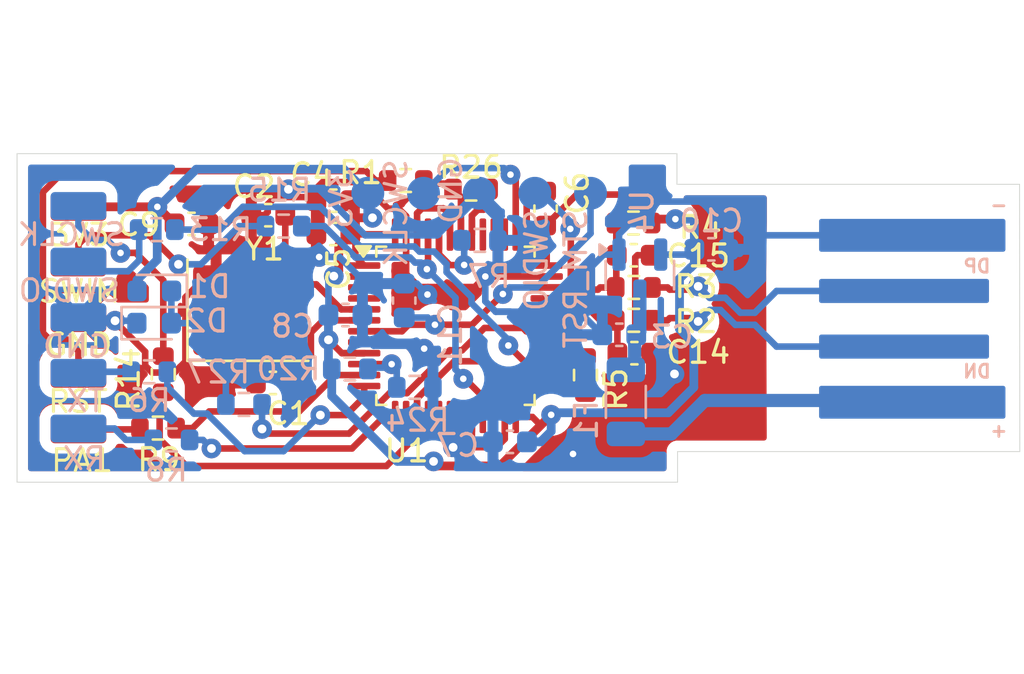
<source format=kicad_pcb>
(kicad_pcb (version 20241229) (generator "pcbnew") (generator_version "9.0")
  (layers (0 "F.Cu" signal "Front") (2 "B.Cu" signal "Back") (13 "F.Paste" user) (15 "B.Paste" user) (5 "F.SilkS" user "F.Silkscreen") (7 "B.SilkS" user "B.Silkscreen") (1 "F.Mask" user) (3 "B.Mask" user) (25 "Edge.Cuts" user))
  (net 0 "")
  (net 1 "/OSC_OUT")
  (net 2 "Earth")
  (net 3 "/OSC_IN?")
  (net 4 "+5V")
  (net 5 "+3V3")
  (net 6 "/STM_RST")
  (net 7 "/USB_N")
  (net 8 "/USB_P")
  (net 9 "Net-(D1-K)")
  (net 10 "/STLINK_RX")
  (net 11 "Net-(J2-Pin_2)")
  (net 12 "/STLINK_TX")
  (net 13 "Net-(J2-Pin_4)")
  (net 14 "Net-(J2-Pin_3)")
  (net 15 "/SWDIO")
  (net 16 "/SWCLK")
  (net 17 "/T_NRST")
  (net 18 "/T_SWDIO_IN")
  (net 19 "/T_JTMS")
  (net 20 "Net-(U1-BOOT0)")
  (net 21 "/T_JTCK")
  (net 22 "/T_SWIM")
  (net 23 "/AIN1")
  (net 24 "Net-(U1-PB5)")
  (net 25 "/LED_STLINK")
  (net 29 "Net-(U1-PB7)")
  (net 32 "/T_JTDI")
  (net 33 "/T_JTDO")
  (net 35 "/T_JRST")
  (net 38 "/T_SWO")
  (net 40 "/PB11")
  (net 42 "Net-(J1-Pin_1)")
  (net 43 "/D+")
  (net 44 "/D-")
  (net 45 "Net-(J2-Pin_10)")
  (net 46 "Net-(J2-Pin_8)")
  (net 47 "Net-(J2-Pin_7)")
  (net 48 "/Pin_navic")
  (net 49 "Net-(J2-Pin_9)")
  (footprint "Resistor_SMD:R_0603_1608Metric" (layer "F.Cu") (at 52.549239 32.799239 180)
    (property "Reference" "R4")
    (property "Value" "1K8")
  )
  (footprint "Capacitor_SMD:C_0603_1608Metric" (layer "F.Cu") (at 38.859239 31.779239 180)
    (property "Reference" "C4")
    (property "Value" "100nF/6v")
  )
  (footprint "Resistor_SMD:R_0603_1608Metric" (layer "F.Cu") (at 45.14 31.25)
    (property "Reference" "R26")
    (property "Value" "220R")
  )
  (footprint "Capacitor_SMD:C_0603_1608Metric" (layer "F.Cu") (at 32.39 32.84)
    (property "Reference" "C9")
    (property "Value" "4.7uF/6v")
  )
  (footprint "Capacitor_SMD:C_0603_1608Metric" (layer "F.Cu") (at 52.59 38.74)
    (property "Reference" "C14")
    (property "Value" "47pF/6v")
  )
  (footprint "Resistor_SMD:R_0603_1608Metric" (layer "F.Cu") (at 30.86 42.16)
    (property "Reference" "R9")
    (property "Value" "100R")
  )
  (footprint "Connector_IDC:Untitled" (layer "F.Cu") (at 30.73 36.56)
    (property "Reference" "J2" (hide yes))
    (property "Value" "Conn_02x05_Odd_Even" (hide yes))
  )
  (footprint "PCM_kikit:Tab" (layer "F.Cu") (at 30.5 46.4)
    (property "Reference" "REF**" (hide yes))
    (property "Value" "Tab")
  )
  (footprint "Resistor_SMD:R_0603_1608Metric" (layer "F.Cu") (at 31.1 39.7 90)
    (property "Reference" "R14")
    (property "Value" "100R")
  )
  (footprint "Capacitor_SMD:C_0603_1608Metric" (layer "F.Cu") (at 36.1 40.1)
    (property "Reference" "C1")
    (property "Value" "20pF/6v")
  )
  (footprint "Resistor_SMD:R_0603_1608Metric" (layer "F.Cu") (at 42.159239 30.859239)
    (property "Reference" "R1")
    (property "Value" "100R")
  )
  (footprint "Capacitor_SMD:C_0603_1608Metric" (layer "F.Cu") (at 35.89 32.44)
    (property "Reference" "C2")
    (property "Value" "20pF/6v")
  )
  (footprint "PCM_kikit:Tab" (layer "F.Cu") (at 30 29.7)
    (property "Reference" "REF**" (hide yes))
    (property "Value" "Tab")
  )
  (footprint "Resistor_SMD:R_0603_1608Metric" (layer "F.Cu") (at 50.36 39.74 -90)
    (property "Reference" "R5")
    (property "Value" "100R")
  )
  (footprint "PCM_kikit:Tab" (layer "F.Cu") (at 50 29.6)
    (property "Reference" "REF**" (hide yes))
    (property "Value" "Tab")
  )
  (footprint "Capacitor_SMD:C_0603_1608Metric" (layer "F.Cu") (at 38.859239 33.299239 180)
    (property "Reference" "C5")
    (property "Value" "100nF/6v")
  )
  (footprint "Resistor_SMD:R_0603_1608Metric" (layer "F.Cu") (at 52.565 37.24 180)
    (property "Reference" "R2")
    (property "Value" "22R")
  )
  (footprint "PCM_kikit:Tab" (layer "F.Cu") (at 30 44.7)
    (property "Reference" "REF**" (hide yes))
    (property "Value" "Tab")
  )
  (footprint "Crystal:Crystal_SMD_3225-4Pin_3.2x2.5mm_HandSoldering" (layer "F.Cu") (at 34.96 36.78)
    (property "Reference" "Y1")
    (property "Value" "Crystal_GND24")
  )
  (footprint "Capacitor_SMD:C_0603_1608Metric" (layer "F.Cu") (at 48.54 32.14 90)
    (property "Reference" "C6")
    (property "Value" "100nF/6v")
  )
  (footprint "Package_QFP:LQFP-48_7x7mm_P0.5mm" (layer "F.Cu") (at 44.4275 37.49)
    (property "Reference" "U1")
    (property "Value" "STM32F103CBTx")
  )
  (footprint "Capacitor_SMD:C_0603_1608Metric" (layer "F.Cu") (at 52.559239 34.269239)
    (property "Reference" "C15")
    (property "Value" "47pF/6v")
  )
  (footprint "Resistor_SMD:R_0603_1608Metric" (layer "F.Cu") (at 52.565 35.74 180)
    (property "Reference" "R3")
    (property "Value" "22R")
  )
  (footprint "Resistor_SMD:R_1206_3216Metric" (layer "B.Cu") (at 52.2 40.9625 90)
    (property "Reference" "F1")
    (property "Value" "500mA")
  )
  (footprint "LED_SMD:LED_0603_1608Metric" (layer "B.Cu") (at 30.69 35.9 180)
    (property "Reference" "D1")
    (property "Value" "LED")
  )
  (footprint "Connector_IDC:Untitled_3" (layer "B.Cu") (at 45.43 33.94 -90)
    (property "Reference" "J3" (hide yes))
    (property "Value" "Conn_01x05" (hide yes))
  )
  (footprint "Resistor_SMD:R_0603_1608Metric" (layer "B.Cu") (at 30.46 39.59 180)
    (property "Reference" "R6")
    (property "Value" "100R")
  )
  (footprint "Capacitor_SMD:C_0603_1608Metric" (layer "B.Cu") (at 56.1 34)
    (property "Reference" "C10")
    (property "Value" "100nF/6v")
  )
  (footprint "Resistor_SMD:R_0603_1608Metric" (layer "B.Cu") (at 45.54 33.59)
    (property "Reference" "R7")
    (property "Value" "0")
  )
  (footprint "Resistor_SMD:R_0603_1608Metric" (layer "B.Cu") (at 34.78 41.08)
    (property "Reference" "R27")
    (property "Value" "1K")
  )
  (footprint "Connector_USB:USB_A_PCB_traces_small" (layer "B.Cu") (at 70.115 37.17 180)
    (property "Reference" "J1" (hide yes))
    (property "Value" "Conn_01x04_Pin" (hide yes))
  )
  (footprint "Capacitor_SMD:C_0603_1608Metric" (layer "B.Cu") (at 46.914239 42.789239 180)
    (property "Reference" "C7")
    (property "Value" "100nF/6v")
  )
  (footprint "Capacitor_SMD:C_0603_1608Metric" (layer "B.Cu") (at 42.09 36.34 -90)
    (property "Reference" "C11")
    (property "Value" "100nF/6v")
  )
  (footprint "Resistor_SMD:R_0603_1608Metric" (layer "B.Cu") (at 42.575 40.3 180)
    (property "Reference" "R24")
    (property "Value" "10k")
  )
  (footprint "Capacitor_SMD:C_0603_1608Metric" (layer "B.Cu") (at 51.9 37.9 180)
    (property "Reference" "C3")
    (property "Value" "100nF/6v")
  )
  (footprint "Resistor_SMD:R_0603_1608Metric" (layer "B.Cu") (at 39.609239 39.459239)
    (property "Reference" "R20")
    (property "Value" "10k")
  )
  (footprint "Capacitor_SMD:C_0603_1608Metric" (layer "B.Cu") (at 39.409239 36.999239)
    (property "Reference" "C8")
    (property "Value" "100nF/6v")
  )
  (footprint "Resistor_SMD:R_0603_1608Metric" (layer "B.Cu") (at 31.475 42.7 180)
    (property "Reference" "R8")
    (property "Value" "100R")
  )
  (footprint "Resistor_SMD:R_0603_1608Metric" (layer "B.Cu") (at 36.59 32.94)
    (property "Reference" "R15")
    (property "Value" "100R")
  )
  (footprint "LED_SMD:LED_0603_1608Metric" (layer "B.Cu") (at 30.6825 37.37)
    (property "Reference" "D2")
    (property "Value" "LED")
  )
  (footprint "Package_TO_SOT_SMD:SOT-23" (layer "B.Cu") (at 52.84 35.1775 -90)
    (property "Reference" "U4")
    (property "Value" "MCP1700x-330xxTT")
  )
  (footprint "Resistor_SMD:R_0603_1608Metric" (layer "B.Cu") (at 30.8 33.1 180)
    (property "Reference" "R13")
    (property "Value" "100R")
  )
  (gr_line (start 54.560761 44.630761) (end 24.430761 44.630761) (stroke (width 0.0381)) (layer "Edge.Cuts"))
  (gr_line (start 54.530761 29.630761) (end 24.430761 29.630761) (stroke (width 0.0381)) (layer "Edge.Cuts"))
  (gr_line (start 70.160761 31.030761) (end 70.170761 43.230761) (stroke (width 0.0381)) (layer "Edge.Cuts"))
  (gr_line (start 70.170761 43.230761) (end 54.560761 43.230761) (stroke (width 0.0381)) (layer "Edge.Cuts"))
  (gr_line (start 24.430761 44.630761) (end 24.430761 29.630761) (stroke (width 0.0381)) (layer "Edge.Cuts"))
  (gr_line (start 70.160761 31.030761) (end 54.530761 31.030761) (stroke (width 0.0381)) (layer "Edge.Cuts"))
  (gr_line (start 54.530761 31.030761) (end 54.530761 29.630761) (stroke (width 0.0381)) (layer "Edge.Cuts"))
  (gr_line (start 54.560761 44.630761) (end 54.560761 43.230761) (stroke (width 0.0381)) (layer "Edge.Cuts"))
  (gr_text "SWIM" (at 25.32 36.5 0) (layer "F.SilkS") (effects (font (size 1 1) (thickness 0.14)) (justify left bottom)))
  (gr_text "PA1" (at 25.9 44.230761 0) (layer "F.SilkS") (effects (font (size 1 1) (thickness 0.14)) (justify left bottom)))
  (gr_text "3V3" (at 25.8 33.93 0) (layer "F.SilkS") (effects (font (size 1 1) (thickness 0.14)) (justify left bottom)))
  (gr_text "RST" (at 25.76 41.53 0) (layer "F.SilkS") (effects (font (size 1 1) (thickness 0.14)) (justify left bottom)))
  (gr_text "GND" (at 25.64 38.94 0) (layer "F.SilkS") (effects (font (size 1 1) (thickness 0.14)) (justify left bottom)))
  (gr_text "TX" (at 28.5 41.5 0) (layer "B.SilkS") (effects (font (size 1 1) (thickness 0.14)) (justify left bottom mirror)))
  (gr_text "GND" (at 44.8 29.7 90) (layer "B.SilkS") (effects (font (size 1 1) (thickness 0.14)) (justify left bottom mirror)))
  (gr_text "SWCLK" (at 42.3 29.8 90) (layer "B.SilkS") (effects (font (size 1 1) (thickness 0.14)) (justify left bottom mirror)))
  (gr_text "RX" (at 28.57 44.14 0) (layer "B.SilkS") (effects (font (size 1 1) (thickness 0.14)) (justify left bottom mirror)))
  (gr_text "STM_RST" (at 50.5 32.1 90) (layer "B.SilkS") (effects (font (size 1 1) (thickness 0.14)) (justify left bottom mirror)))
  (gr_text "SWDIO" (at 29.22 36.47 0) (layer "B.SilkS") (effects (font (size 1 1) (thickness 0.14)) (justify left bottom mirror)))
  (gr_text "SWCLK" (at 29.46 33.91 0) (layer "B.SilkS") (effects (font (size 1 1) (thickness 0.14)) (justify left bottom mirror)))
  (gr_text "SWDIO" (at 48.7 32.1 90) (layer "B.SilkS") (effects (font (size 1 1) (thickness 0.14)) (justify left bottom mirror)))
  (gr_text "3V3" (at 39.8 30.2 90) (layer "B.SilkS") (effects (font (size 1 1) (thickness 0.14)) (justify left bottom mirror)))
  (gr_text "GND" (at 28.75 39.02 0) (layer "B.SilkS") (effects (font (size 1 1) (thickness 0.14)) (justify left bottom mirror)))
  (segment (start 37.46587 39.181) (end 37.833239 38.813631) (width 0.3) (layer "F.Cu") (net 1))
  (segment (start 37.02 40.155) (end 37.02 39.181) (width 0.3) (layer "F.Cu") (net 1))
  (segment (start 33.51 37.93) (end 34.761 39.181) (width 0.3) (layer "F.Cu") (net 1))
  (segment (start 38.392237 37.24) (end 40.265 37.24) (width 0.3) (layer "F.Cu") (net 1))
  (segment (start 34.761 39.181) (end 37.02 39.181) (width 0.3) (layer "F.Cu") (net 1))
  (segment (start 37.833239 38.813631) (end 37.833239 37.798998) (width 0.3) (layer "F.Cu") (net 1))
  (segment (start 37.02 39.181) (end 37.46587 39.181) (width 0.3) (layer "F.Cu") (net 1))
  (segment (start 37.833239 37.798998) (end 38.392237 37.24) (width 0.3) (layer "F.Cu") (net 1))
  (segment (start 45.309239 35.719239) (end 45.788478 35.24) (width 0.3) (layer "F.Cu") (net 2))
  (segment (start 42.706761 38.24) (end 40.265 38.24) (width 0.3) (layer "F.Cu") (net 2))
  (segment (start 33.98 32.84) (end 34.38 32.44) (width 0.3) (layer "F.Cu") (net 2))
  (segment (start 36.809239 31.259239) (end 36.809239 31.564) (width 0.3) (layer "F.Cu") (net 2))
  (segment (start 46.6775 41.6525) (end 46.6775 42.656739) (width 0.3) (layer "F.Cu") (net 2))
  (segment (start 27.35 37.26) (end 27.23 37.14) (width 0.3) (layer "F.Cu") (net 2))
  (segment (start 30.274 39.308774) (end 30.591226 39.626) (width 0.3) (layer "F.Cu") (net 2))
  (segment (start 30.274 38.674) (end 30.274 39.308774) (width 0.3) (layer "F.Cu") (net 2))
  (segment (start 42.769239 35.719239) (end 43.169239 35.719239) (width 0.3) (layer "F.Cu") (net 2))
  (segment (start 38.315 33.44) (end 38.315 31.614) (width 0.3) (layer "F.Cu") (net 2))
  (segment (start 54.419239 39.689239) (end 53.440761 39.689239) (width 0.3) (layer "F.Cu") (net 2))
  (segment (start 45.788478 35.24) (end 45.79 35.24) (width 0.3) (layer "F.Cu") (net 2))
  (segment (start 52.629 38.429) (end 52.94 38.74) (width 0.3) (layer "F.Cu") (net 2))
  (segment (start 36.195178 31.614) (end 35.864 31.945178) (width 0.3) (layer "F.Cu") (net 2))
  (segment (start 36.759239 31.614) (end 36.195178 31.614) (width 0.3) (layer "F.Cu") (net 2))
  (segment (start 38.315 31.614) (end 36.759239 31.614) (width 0.3) (layer "F.Cu") (net 2))
  (segment (start 46.315 43.019239) (end 45.702205 43.019239) (width 0.3) (layer "F.Cu") (net 2))
  (segment (start 32.67 35.63) (end 33.51 35.63) (width 0.3) (layer "F.Cu") (net 2))
  (segment (start 36.41 37.93) (end 36.23 37.93) (width 0.3) (layer "F.Cu") (net 2))
  (segment (start 28.9 37.3) (end 30.274 38.674) (width 0.3) (layer "F.Cu") (net 2))
  (segment (start 44.320392 43.037177) (end 44.33833 43.019239) (width 0.3) (layer "F.Cu") (net 2))
  (segment (start 33.51 34.10148) (end 33.165 33.75648) (width 0.3) (layer "F.Cu") (net 2))
  (segment (start 53.440761 39.689239) (end 53.365 39.765) (width 0.3) (layer "F.Cu") (net 2))
  (segment (start 43 38.533239) (end 42.706761 38.24) (width 0.3) (layer "F.Cu") (net 2))
  (segment (start 38.209239 33.545761) (end 38.315 33.44) (width 0.3) (layer "F.Cu") (net 2))
  (segment (start 52.730761 34.269239) (end 52.629 34.371) (width 0.3) (layer "F.Cu") (net 2))
  (segment (start 40.144465 30.929239) (end 41.360206 32.14498) (width 0.3) (layer "F.Cu") (net 2))
  (segment (start 36.809239 31.564) (end 36.759239 31.614) (width 0.3) (layer "F.Cu") (net 2))
  (segment (start 47.279239 34.708727) (end 47.6785 34.309466) (width 0.3) (layer "F.Cu") (net 2))
  (segment (start 42.1775 35.1275) (end 42.769239 35.719239) (width 0.3) (layer "F.Cu") (net 2))
  (segment (start 47.835 31.365) (end 48.54 31.365) (width 0.3) (layer "F.Cu") (net 2))
  (segment (start 38.209239 34.349239) (end 38.209239 33.545761) (width 0.3) (layer "F.Cu") (net 2))
  (segment (start 47.6785 34.309466) (end 47.6785 31.5215) (width 0.3) (layer "F.Cu") (net 2))
  (segment (start 43.150639 35.737839) (end 43.169239 35.719239) (width 0.3) (layer "F.Cu") (net 2))
  (segment (start 38.084239 31.959239) (end 38.084239 31.215761) (width 0.3) (layer "F.Cu") (net 2))
  (segment (start 46.98 35.24) (end 48.59 35.24) (width 0.3) (layer "F.Cu") (net 2))
  (segment (start 45.1775 43.019239) (end 45.1775 41.6525) (width 0.3) (layer "F.Cu") (net 2))
  (segment (start 35.718478 32.44) (end 35.115 32.44) (width 0.3) (layer "F.Cu") (net 2))
  (segment (start 33.93 35.63) (end 33.51 35.63) (width 0.3) (layer "F.Cu") (net 2))
  (segment (start 47.6785 31.5215) (end 47.835 31.365) (width 0.3) (layer "F.Cu") (net 2))
  (segment (start 28.9 37.26) (end 28.9 37.3) (width 0.3) (layer "F.Cu") (net 2))
  (segment (start 53.09 40.04) (end 50.915 42.215) (width 0.3) (layer "F.Cu") (net 2))
  (segment (start 42.1775 33.3275) (end 42.1775 35.1275) (width 0.3) (layer "F.Cu") (net 2))
  (segment (start 43.150639 36.063383) (end 43.150639 35.737839) (width 0.3) (layer "F.Cu") (net 2))
  (segment (start 50.915 42.215) (end 49.79 43.34) (width 0.3) (layer "F.Cu") (net 2))
  (segment (start 34.38 32.44) (end 35.115 32.44) (width 0.3) (layer "F.Cu") (net 2))
  (segment (start 43.169239 35.719239) (end 45.309239 35.719239) (width 0.3) (layer "F.Cu") (net 2))
  (segment (start 38.370761 30.929239) (end 40.144465 30.929239) (width 0.3) (layer "F.Cu") (net 2))
  (segment (start 53.365 39.765) (end 53.365 38.74) (width 0.3) (layer "F.Cu") (net 2))
  (segment (start 28.9 37.26) (end 27.35 37.26) (width 0.3) (layer "F.Cu") (net 2))
  (segment (start 32.109 36.191) (end 32.67 35.63) (width 0.3) (layer "F.Cu") (net 2))
  (segment (start 32.109 39.125774) (end 32.109 36.191) (width 0.3) (layer "F.Cu") (net 2))
  (segment (start 30.591226 39.626) (end 31.608774 39.626) (width 0.3) (layer "F.Cu") (net 2))
  (segment (start 33.51 35.63) (end 33.51 34.10148) (width 0.3) (layer "F.Cu") (net 2))
  (segment (start 52.94 38.74) (end 53.365 38.74) (width 0.3) (layer "F.Cu") (net 2))
  (segment (start 33.165 32.84) (end 33.98 32.84) (width 0.3) (layer "F.Cu") (net 2))
  (segment (start 47.279239 35.24) (end 47.279239 34.708727) (width 0.3) (layer "F.Cu") (net 2))
  (segment (start 31.867387 39.367387) (end 32.109 39.125774) (width 0.3) (layer "F.Cu") (net 2))
  (segment (start 38.084239 31.215761) (end 38.370761 30.929239) (width 0.3) (layer "F.Cu") (net 2))
  (segment (start 33.165 32.84) (end 33.165 33.75648) (width 0.3) (layer "F.Cu") (net 2))
  (segment (start 45.79 35.24) (end 46.98 35.24) (width 0.3) (layer "F.Cu") (net 2))
  (segment (start 53.09 40.04) (end 53.365 39.765) (width 0.3) (layer "F.Cu") (net 2))
  (segment (start 36.23 37.93) (end 33.93 35.63) (width 0.3) (layer "F.Cu") (net 2))
  (segment (start 35.325 40.1) (end 32.6 40.1) (width 0.3) (layer "F.Cu") (net 2))
  (segment (start 35.864 32.294478) (end 35.718478 32.44) (width 0.3) (layer "F.Cu") (net 2))
  (segment (start 45.702205 43.019239) (end 45.1775 43.019239) (width 0.3) (layer "F.Cu") (net 2))
  (segment (start 41.360206 32.14498) (end 41.837014 32.14498) (width 0.3) (layer "F.Cu") (net 2))
  (segment (start 46.6775 42.656739) (end 46.315 43.019239) (width 0.3) (layer "F.Cu") (net 2))
  (segment (start 41.837014 32.14498) (end 42.1775 32.485466) (width 0.3) (layer "F.Cu") (net 2))
  (segment (start 52.629 34.371) (end 52.629 38.429) (width 0.3) (layer "F.Cu") (net 2))
  (segment (start 32.6 40.1) (end 31.867387 39.367387) (width 0.3) (layer "F.Cu") (net 2))
  (segment (start 31.608774 39.626) (end 31.867387 39.367387) (width 0.3) (layer "F.Cu") (net 2))
  (segment (start 42.1775 32.485466) (end 42.1775 33.3275) (width 0.3) (layer "F.Cu") (net 2))
  (segment (start 53.334239 34.269239) (end 52.730761 34.269239) (width 0.3) (layer "F.Cu") (net 2))
  (segment (start 44.33833 43.019239) (end 45.702205 43.019239) (width 0.3) (layer "F.Cu") (net 2))
  (segment (start 35.864 31.945178) (end 35.864 32.294478) (width 0.3) (layer "F.Cu") (net 2))
  (via (at 44.320392 43.037177) (size 0.9) (drill 0.4) (layers "F.Cu" "B.Cu") (net 2))
  (via (at 43.150639 36.063383) (size 0.9) (drill 0.3) (layers "F.Cu" "B.Cu") (net 2))
  (via (at 45.79 35.24) (size 0.9) (drill 0.3) (layers "F.Cu" "B.Cu") (net 2))
  (via (at 49.79 43.34) (size 0.9) (drill 0.3) (layers "F.Cu" "B.Cu") (net 2))
  (via (at 36.809239 31.259239) (size 0.9) (drill 0.4) (layers "F.Cu" "B.Cu") (net 2))
  (via (at 28.9 37.26) (size 0.9) (drill 0.4) (layers "F.Cu" "B.Cu") (net 2))
  (via (at 38.209239 34.349239) (size 0.9) (drill 0.3) (layers "F.Cu" "B.Cu") (net 2))
  (via (at 54.419239 39.689239) (size 0.9) (drill 0.4) (layers "F.Cu" "B.Cu") (net 2))
  (via (at 43 38.533239) (size 0.9) (drill 0.3) (layers "F.Cu" "B.Cu") (net 2))
  (segment (start 27.23 37.1) (end 27.39 37.26) (width 0.3) (layer "B.Cu") (net 2))
  (segment (start 51.125 37.9) (end 49.34 36.115) (width 0.3) (layer "B.Cu") (net 2))
  (segment (start 43.3 38.833239) (end 43.3 40.2) (width 0.3) (layer "B.Cu") (net 2))
  (segment (start 49.315 36.115) (end 48.580761 36.849239) (width 0.3) (layer "B.Cu") (net 2))
  (segment (start 45.51 31.44) (end 45.51 31.81) (width 0.3) (layer "B.Cu") (net 2))
  (segment (start 29.785 37.26) (end 29.895 37.37) (width 0.3) (layer "B.Cu") (net 2))
  (segment (start 57.715 33.36) (end 57.715 33.885) (width 0.3) (layer "B.Cu") (net 2))
  (segment (start 42.665 35.565) (end 42.09 35.565) (width 0.3) (layer "B.Cu") (net 2))
  (segment (start 44.320392 43.037177) (end 44.457569 42.9) (width 0.3) (layer "B.Cu") (net 2))
  (segment (start 57.4 34.2) (end 56.875 34.2) (width 0.3) (layer "B.Cu") (net 2))
  (segment (start 40.7 38.4) (end 40.184239 37.884239) (width 0.3) (layer "B.Cu") (net 2))
  (segment (start 51.89 33.31) (end 51.89 34.24) (width 0.3) (layer "B.Cu") (net 2))
  (segment (start 46.028478 42.9) (end 46.139239 42.789239) (width 0.3) (layer "B.Cu") (net 2))
  (segment (start 46.415 32.715) (end 46.415 34.637052) (width 0.3) (layer "B.Cu") (net 2))
  (segment (start 57.715 33.36) (end 56.174 31.819) (width 0.3) (layer "B.Cu") (net 2))
  (segment (start 43.589761 33.360239) (end 40.311309 33.360239) (width 0.3) (layer "B.Cu") (net 2))
  (segment (start 27.66 37.26) (end 27.5 37.1) (width 0.3) (layer "B.Cu") (net 2))
  (segment (start 43.150639 36.050639) (end 42.665 35.565) (width 0.3) (layer "B.Cu") (net 2))
  (segment (start 45.789 35.263052) (end 45.789 36.371786) (width 0.3) (layer "B.Cu") (net 2))
  (segment (start 43 38.533239) (end 43.3 38.833239) (width 0.3) (layer "B.Cu") (net 2))
  (segment (start 40.184239 37.884239) (end 40.184239 36.999239) (width 0.3) (layer "B.Cu") (net 2))
  (segment (start 46.139239 43.539239) (end 46.139239 42.789239) (width 0.3) (layer "B.Cu") (net 2))
  (segment (start 51.19 34.24) (end 49.315 36.115) (width 0.3) (layer "B.Cu") (net 2))
  (segment (start 38.209239 34.349239) (end 39.140719 34.349239) (width 0.3) (layer "B.Cu") (net 2))
  (segment (start 45.51 31.81) (end 46.415 32.715) (width 0.3) (layer "B.Cu") (net 2))
  (segment (start 46.266453 36.849239) (end 46.258214 36.841) (width 0.3) (layer "B.Cu") (net 2))
  (segment (start 56.174 31.819) (end 53.381 31.819) (width 0.3) (layer "B.Cu") (net 2))
  (segment (start 27.39 37.26) (end 29.785 37.26) (width 0.3) (layer "B.Cu") (net 2))
  (segment (start 46.921786 36.841) (end 46.258214 36.841) (width 0.3) (layer "B.Cu") (net 2))
  (segment (start 57.715 33.885) (end 57.4 34.2) (width 0.3) (layer "B.Cu") (net 2))
  (segment (start 44.457569 42.9) (end 46.028478 42.9) (width 0.3) (layer "B.Cu") (net 2))
  (segment (start 65.265 33.36) (end 57.715 33.36) (width 0.3) (layer "B.Cu") (net 2))
  (segment (start 39.140719 34.349239) (end 40.35648 35.565) (width 0.3) (layer "B.Cu") (net 2))
  (segment (start 40.35648 35.565) (end 42.09 35.565) (width 0.3) (layer "B.Cu") (net 2))
  (segment (start 49.34 36.115) (end 49.315 36.115) (width 0.3) (layer "B.Cu") (net 2))
  (segment (start 45.789 36.371786) (end 46.258214 36.841) (width 0.3) (layer "B.Cu") (net 2))
  (segment (start 43.150639 36.063383) (end 43.150639 36.050639) (width 0.3) (layer "B.Cu") (net 2))
  (segment (start 49.79 43.34) (end 49.23 43.9) (width 0.3) (layer "B.Cu") (net 2))
  (segment (start 48.580761 36.849239) (end 46.266453 36.849239) (width 0.3) (layer "B.Cu") (net 2))
  (segment (start 49.23 43.9) (end 46.5 43.9) (width 0.3) (layer "B.Cu") (net 2))
  (segment (start 42.9 38.4) (end 40.7 38.4) (width 0.3) (layer "B.Cu") (net 2))
  (segment (start 53.381 31.819) (end 51.89 33.31) (width 0.3) (layer "B.Cu") (net 2))
  (segment (start 45.51 31.44) (end 43.589761 33.360239) (width 0.3) (layer "B.Cu") (net 2))
  (segment (start 51.89 34.24) (end 51.19 34.24) (width 0.3) (layer "B.Cu") (net 2))
  (segment (start 38.210309 31.259239) (end 36.809239 31.259239) (width 0.3) (layer "B.Cu") (net 2))
  (segment (start 40.311309 33.360239) (end 38.210309 31.259239) (width 0.3) (layer "B.Cu") (net 2))
  (segment (start 46.415 34.637052) (end 45.789 35.263052) (width 0.3) (layer "B.Cu") (net 2))
  (segment (start 27.5 37.1) (end 27.23 37.1) (width 0.3) (layer "B.Cu") (net 2))
  (segment (start 43.3 40.2) (end 43.4 40.3) (width 0.3) (layer "B.Cu") (net 2))
  (segment (start 43 38.533239) (end 43 38.5) (width 0.3) (layer "B.Cu") (net 2))
  (segment (start 43 38.5) (end 42.9 38.4) (width 0.3) (layer "B.Cu") (net 2))
  (segment (start 46.5 43.9) (end 46.139239 43.539239) (width 0.3) (layer "B.Cu") (net 2))
  (segment (start 36.72 35.6) (end 36.665 35.545) (width 0.3) (layer "F.Cu") (net 3))
  (segment (start 39.22 36.74) (end 38.08 35.6) (width 0.3) (layer "F.Cu") (net 3))
  (segment (start 38.08 35.6) (end 36.72 35.6) (width 0.3) (layer "F.Cu") (net 3))
  (segment (start 36.665 35.545) (end 36.665 32.44) (width 0.3) (layer "F.Cu") (net 3))
  (segment (start 40.265 36.74) (end 39.22 36.74) (width 0.3) (layer "F.Cu") (net 3))
  (segment (start 52.6 37.975) (end 52.675 37.9) (width 0.6) (layer "B.Cu") (net 4))
  (segment (start 52.6 39.1) (end 52.6 37.975) (width 0.6) (layer "B.Cu") (net 4))
  (segment (start 52.84 36.115) (end 52.84 37.735) (width 0.6) (layer "B.Cu") (net 4))
  (segment (start 52.2 39.5) (end 52.6 39.1) (width 0.6) (layer "B.Cu") (net 4))
  (segment (start 52.84 37.735) (end 52.675 37.9) (width 0.6) (layer "B.Cu") (net 4))
  (segment (start 48.794239 41.554239) (end 48.794239 41.569761) (width 0.4) (layer "F.Cu") (net 5))
  (segment (start 31.379239 32.609239) (end 31.384239 32.609239) (width 0.4) (layer "F.Cu") (net 5))
  (segment (start 43.428315 43.680761) (end 43.635731 43.888177) (width 0.4) (layer "F.Cu") (net 5))
  (segment (start 39.865 33.44) (end 39.865 34.34) (width 0.3) (layer "F.Cu") (net 5))
  (segment (start 53.553478 32.62) (end 53.374239 32.799239) (width 0.4) (layer "F.Cu") (net 5))
  (segment (start 40.265 38.74) (end 39.243455 38.74) (width 0.3) (layer "F.Cu") (net 5))
  (segment (start 39.243455 38.74) (end 38.634239 38.130784) (width 0.3) (layer "F.Cu") (net 5))
  (segment (start 48.59 32.965) (end 48.54 32.915) (width 0.3) (layer "F.Cu") (net 5))
  (segment (start 39.89 33.315) (end 41.665 33.315) (width 0.3) (layer "F.Cu") (net 5))
  (segment (start 39.865 33.29) (end 39.89 33.315) (width 0.3) (layer "F.Cu") (net 5))
  (segment (start 31.384239 32.609239) (end 31.615 32.84) (width 0.4) (layer "F.Cu") (net 5))
  (segment (start 43.635731 43.888177) (end 46.460301 43.888177) (width 0.4) (layer "F.Cu") (net 5))
  (segment (start 39.104239 33.829239) (end 39.104239 34.996242) (width 0.4) (layer "F.Cu") (net 5))
  (segment (start 52.8 31.5) (end 53.374239 32.074239) (width 0.3) (layer "F.Cu") (net 5))
  (segment (start 48.54 32.915) (end 48.685 32.915) (width 0.3) (layer "F.Cu") (net 5))
  (segment (start 40.643095 32.559239) (end 39.865 32.559239) (width 0.4) (layer "F.Cu") (net 5))
  (segment (start 46.460301 43.888177) (end 48.794239 41.554239) (width 0.4) (layer "F.Cu") (net 5))
  (segment (start 54.46 32.62) (end 53.553478 32.62) (width 0.4) (layer "F.Cu") (net 5))
  (segment (start 47.1775 41.6525) (end 47.9375 41.6525) (width 0.3) (layer "F.Cu") (net 5))
  (segment (start 39.865 34.34) (end 40.265 34.74) (width 0.3) (layer "F.Cu") (net 5))
  (segment (start 30.83 32.06) (end 31.379239 32.609239) (width 0.4) (layer "F.Cu") (net 5))
  (segment (start 47.9375 41.6525) (end 48.274239 41.989239) (width 0.3) (layer "F.Cu") (net 5))
  (segment (start 48.59 34.74) (end 48.59 32.965) (width 0.3) (layer "F.Cu") (net 5))
  (segment (start 53.374239 32.074239) (end 53.374239 32.799239) (width 0.3) (layer "F.Cu") (net 5))
  (segment (start 30.83 32.06) (end 27.23 32.06) (width 0.4) (layer "F.Cu") (net 5))
  (segment (start 41.665 33.315) (end 41.6775 33.3275) (width 0.3) (layer "F.Cu") (net 5))
  (segment (start 39.39 38.74) (end 39.384239 38.734239) (width 0.3) (layer "F.Cu") (net 5))
  (segment (start 48.54 32.915) (end 49.955 31.5) (width 0.3) (layer "F.Cu") (net 5))
  (segment (start 39.104239 34.996242) (end 38.8775 35.222981) (width 0.4) (layer "F.Cu") (net 5))
  (segment (start 40.265 38.74) (end 39.39 38.74) (width 0.3) (layer "F.Cu") (net 5))
  (segment (start 39.104239 33.829239) (end 39.634239 33.299239) (width 0.4) (layer "F.Cu") (net 5))
  (segment (start 49.955 31.5) (end 52.8 31.5) (width 0.3) (layer "F.Cu") (net 5))
  (segment (start 39.865 31.94) (end 39.865 32.559239) (width 0.4) (layer "F.Cu") (net 5))
  (segment (start 39.865 32.559239) (end 39.865 33.29) (width 0.4) (layer "F.Cu") (net 5))
  (via (at 40.643095 32.559239) (size 0.9) (drill 0.4) (layers "F.Cu" "B.Cu") (net 5))
  (via (at 38.8775 35.222981) (size 0.9) (drill 0.4) (layers "F.Cu" "B.Cu") (net 5))
  (via (at 43.428315 43.680761) (size 0.9) (drill 0.4) (layers "F.Cu" "B.Cu") (net 5))
  (via (at 54.46 32.62) (size 0.9) (drill 0.3) (layers "F.Cu" "B.Cu") (net 5))
  (via (at 30.83 32.06) (size 0.9) (drill 0.3) (layers "F.Cu" "B.Cu") (net 5))
  (via (at 48.794239 41.554239) (size 0.9) (drill 0.3) (layers "F.Cu" "B.Cu") (net 5))
  (via (at 38.634239 38.130784) (size 0.9) (drill 0.4) (layers "F.Cu" "B.Cu") (net 5))
  (segment (start 53.79 34.24) (end 55.285 34.24) (width 0.3) (layer "B.Cu") (net 5))
  (segment (start 55.2 32.6) (end 55.325 32.725) (width 0.4) (layer "B.Cu") (net 5))
  (segment (start 43.428315 43.680761) (end 43.072282 43.680761) (width 0.4) (layer "B.Cu") (net 5))
  (segment (start 55.3 38.293496) (end 54.649 37.642496) (width 0.4) (layer "B.Cu") (net 5))
  (segment (start 40.43 32.346144) (end 40.643095 32.559239) (width 0.4) (layer "B.Cu") (net 5))
  (segment (start 54.649 37.642496) (end 54.649 35.337504) (width 0.4) (layer "B.Cu") (net 5))
  (segment (start 48.794239 41.554239) (end 48.794239 42.305761) (width 0.4) (layer "B.Cu") (net 5))
  (segment (start 30.824 34.476) (end 29.9025 35.3975) (width 0.4) (layer "B.Cu") (net 5))
  (segment (start 38.772355 36.861123) (end 38.634239 36.999239) (width 0.4) (layer "B.Cu") (net 5))
  (segment (start 39.331 30.341) (end 40.43 31.44) (width 0.4) (layer "B.Cu") (net 5))
  (segment (start 38.784239 40.689723) (end 38.784239 39.459239) (width 0.4) (layer "B.Cu") (net 5))
  (segment (start 48.310761 42.789239) (end 47.689239 42.789239) (width 0.4) (layer "B.Cu") (net 5))
  (segment (start 55.161 34.839) (end 55.325 34.675) (width 0.4) (layer "B.Cu") (net 5))
  (segment (start 48.794239 42.305761) (end 48.310761 42.789239) (width 0.4) (layer "B.Cu") (net 5))
  (segment (start 38.634239 38.130784) (end 38.634239 39.309239) (width 0.4) (layer "B.Cu") (net 5))
  (segment (start 54.1385 41.4615) (end 55.3 40.3) (width 0.4) (layer "B.Cu") (net 5))
  (segment (start 38.634239 35.466242) (end 38.634239 36.999239) (width 0.3) (layer "B.Cu") (net 5))
  (segment (start 38.634239 38.130784) (end 38.634239 36.999239) (width 0.4) (layer "B.Cu") (net 5))
  (segment (start 48.886978 41.4615) (end 54.1385 41.4615) (width 0.4) (layer "B.Cu") (net 5))
  (segment (start 38.634239 39.309239) (end 38.784239 39.459239) (width 0.3) (layer "B.Cu") (net 5))
  (segment (start 30.888478 32.06) (end 32.607478 30.341) (width 0.4) (layer "B.Cu") (net 5))
  (segment (start 48.794239 41.554239) (end 48.886978 41.4615) (width 0.4) (layer "B.Cu") (net 5))
  (segment (start 38.859239 36.774239) (end 38.634239 36.999239) (width 0.3) (layer "B.Cu") (net 5))
  (segment (start 55.285 34.24) (end 55.325 34.2) (width 0.3) (layer "B.Cu") (net 5))
  (segment (start 43.072282 43.680761) (end 43.072281 43.680762) (width 0.4) (layer "B.Cu") (net 5))
  (segment (start 55.3 40.3) (end 55.3 38.293496) (width 0.4) (layer "B.Cu") (net 5))
  (segment (start 30.83 32.06) (end 30.824 32.066) (width 0.4) (layer "B.Cu") (net 5))
  (segment (start 54.46 32.62) (end 55.18 32.62) (width 0.4) (layer "B.Cu") (net 5))
  (segment (start 29.9025 35.3975) (end 29.9025 35.9) (width 0.4) (layer "B.Cu") (net 5))
  (segment (start 54.649 35.337504) (end 55.147504 34.839) (width 0.4) (layer "B.Cu") (net 5))
  (segment (start 30.83 32.06) (end 30.888478 32.06) (width 0.4) (layer "B.Cu") (net 5))
  (segment (start 55.325 34.675) (end 55.325 34) (width 0.4) (layer "B.Cu") (net 5))
  (segment (start 43.072281 43.680762) (end 41.775278 43.680762) (width 0.4) (layer "B.Cu") (net 5))
  (segment (start 55.18 32.62) (end 55.2 32.6) (width 0.4) (layer "B.Cu") (net 5))
  (segment (start 29.804519 35.802019) (end 29.9025 35.9) (width 0.4) (layer "B.Cu") (net 5))
  (segment (start 55.147504 34.839) (end 55.161 34.839) (width 0.4) (layer "B.Cu") (net 5))
  (segment (start 55.325 32.725) (end 55.325 34.2) (width 0.4) (layer "B.Cu") (net 5))
  (segment (start 41.775278 43.680762) (end 38.784239 40.689723) (width 0.4) (layer "B.Cu") (net 5))
  (segment (start 40.43 31.44) (end 40.43 32.346144) (width 0.4) (layer "B.Cu") (net 5))
  (segment (start 30.824 32.066) (end 30.824 34.476) (width 0.4) (layer "B.Cu") (net 5))
  (segment (start 32.607478 30.341) (end 39.331 30.341) (width 0.4) (layer "B.Cu") (net 5))
  (segment (start 38.8775 35.222981) (end 38.634239 35.466242) (width 0.3) (layer "B.Cu") (net 5))
  (segment (start 42.287915 37.442085) (end 41.99 37.74) (width 0.3) (layer "F.Cu") (net 6))
  (segment (start 41.99 37.74) (end 40.265 37.74) (width 0.3) (layer "F.Cu") (net 6))
  (segment (start 43.49 37.442085) (end 42.287915 37.442085) (width 0.3) (layer "F.Cu") (net 6))
  (segment (start 45.187915 37.442085) (end 43.49 37.442085) (width 0.3) (layer "F.Cu") (net 6))
  (segment (start 46.59 36.04) (end 45.187915 37.442085) (width 0.3) (layer "F.Cu") (net 6))
  (via (at 46.59 36.04) (size 0.9) (drill 0.3) (layers "F.Cu" "B.Cu") (net 6))
  (via (at 43.49 37.442085) (size 0.9) (drill 0.3) (layers "F.Cu" "B.Cu") (net 6))
  (segment (start 43.49 37.442085) (end 43.162915 37.115) (width 0.3) (layer "B.Cu") (net 6))
  (segment (start 50.589239 33.273547) (end 50.589239 31.440761) (width 0.3) (layer "B.Cu") (net 6))
  (segment (start 46.59 36.04) (end 46.89 35.74) (width 0.3) (layer "B.Cu") (net 6))
  (segment (start 48.122786 35.74) (end 50.589239 33.273547) (width 0.3) (layer "B.Cu") (net 6))
  (segment (start 43.162915 37.115) (end 42.09 37.115) (width 0.3) (layer "B.Cu") (net 6))
  (segment (start 50.589239 31.440761) (end 50.59 31.44) (width 0.3) (layer "B.Cu") (net 6))
  (segment (start 46.89 35.74) (end 48.122786 35.74) (width 0.3) (layer "B.Cu") (net 6))
  (segment (start 50.627499 36.84) (end 51.027499 37.24) (width 0.3) (layer "F.Cu") (net 7))
  (segment (start 48.59 36.74) (end 49.696251 36.74) (width 0.3) (layer "F.Cu") (net 7))
  (segment (start 51.027499 37.24) (end 51.74 37.24) (width 0.3) (layer "F.Cu") (net 7))
  (segment (start 51.815 38.74) (end 51.815 37.315) (width 0.3) (layer "F.Cu") (net 7))
  (segment (start 49.796251 36.84) (end 50.627499 36.84) (width 0.3) (layer "F.Cu") (net 7))
  (segment (start 51.815 37.315) (end 51.74 37.24) (width 0.3) (layer "F.Cu") (net 7))
  (segment (start 49.696251 36.74) (end 49.796251 36.84) (width 0.3) (layer "F.Cu") (net 7))
  (segment (start 51.765 32.73) (end 51.765 35.715) (width 0.3) (layer "F.Cu") (net 8))
  (segment (start 51.765 35.715) (end 51.74 35.74) (width 0.3) (layer "F.Cu") (net 8))
  (segment (start 49.929885 36.006366) (end 50.096251 35.84) (width 0.3) (layer "F.Cu") (net 8))
  (segment (start 49.696251 36.24) (end 49.929885 36.006366) (width 0.3) (layer "F.Cu") (net 8))
  (segment (start 50.096251 35.84) (end 50.728758 35.84) (width 0.3) (layer "F.Cu") (net 8))
  (segment (start 50.728758 35.84) (end 50.927499 35.84) (width 0.3) (layer "F.Cu") (net 8))
  (segment (start 51.027499 35.74) (end 51.74 35.74) (width 0.3) (layer "F.Cu") (net 8))
  (segment (start 48.59 36.24) (end 49.696251 36.24) (width 0.3) (layer "F.Cu") (net 8))
  (segment (start 50.927499 35.84) (end 51.027499 35.74) (width 0.3) (layer "F.Cu") (net 8))
  (segment (start 31.47 37.37) (end 31.47 35.9075) (width 0.3) (layer "B.Cu") (net 9))
  (segment (start 32.37 37.37) (end 33.955 38.955) (width 0.3) (layer "B.Cu") (net 9))
  (segment (start 31.47 35.9075) (end 31.4775 35.9) (width 0.3) (layer "B.Cu") (net 9))
  (segment (start 33.955 38.955) (end 33.955 41.08) (width 0.3) (layer "B.Cu") (net 9))
  (segment (start 31.47 37.37) (end 32.37 37.37) (width 0.3) (layer "B.Cu") (net 9))
  (segment (start 33.3 43.091) (end 39.709 43.091) (width 0.3) (layer "F.Cu") (net 10))
  (segment (start 39.709 43.091) (end 41.1475 41.6525) (width 0.3) (layer "F.Cu") (net 10))
  (segment (start 41.1475 41.6525) (end 41.6775 41.6525) (width 0.3) (layer "F.Cu") (net 10))
  (via (at 33.3 43.091) (size 0.9) (drill 0.4) (layers "F.Cu" "B.Cu") (net 10))
  (segment (start 32.909 42.7) (end 33.3 43.091) (width 0.3) (layer "B.Cu") (net 10))
  (segment (start 32.3 42.7) (end 32.909 42.7) (width 0.3) (layer "B.Cu") (net 10))
  (segment (start 29.15231 34.160686) (end 29.840686 34.160686) (width 0.3) (layer "F.Cu") (net 11))
  (segment (start 29.15 34.162996) (end 29.15231 34.160686) (width 0.3) (layer "F.Cu") (net 11))
  (segment (start 29.840686 34.160686) (end 31.1 35.42) (width 0.3) (layer "F.Cu") (net 11))
  (segment (start 31.1 35.42) (end 31.1 38.875) (width 0.3) (layer "F.Cu") (net 11))
  (via (at 29.15 34.162996) (size 0.9) (drill 0.3) (layers "F.Cu" "B.Cu") (net 11))
  (segment (start 29.125762 34.160686) (end 28.539076 33.574) (width 0.3) (layer "B.Cu") (net 11))
  (segment (start 29.14769 34.160686) (end 29.125762 34.160686) (width 0.3) (layer "B.Cu") (net 11))
  (segment (start 29.15 34.162996) (end 29.14769 34.160686) (width 0.3) (layer "B.Cu") (net 11))
  (segment (start 28.539076 33.574) (end 27.874 33.574) (width 0.3) (layer "B.Cu") (net 11))
  (segment (start 27.23 32.93) (end 27.23 32.02) (width 0.3) (layer "B.Cu") (net 11))
  (segment (start 27.874 33.574) (end 27.23 32.93) (width 0.3) (layer "B.Cu") (net 11))
  (segment (start 39.435949 41.565686) (end 40.265 40.736635) (width 0.3) (layer "F.Cu") (net 12))
  (segment (start 40.265 40.736635) (end 40.265 40.24) (width 0.3) (layer "F.Cu") (net 12))
  (segment (start 38.265686 41.565686) (end 39.435949 41.565686) (width 0.3) (layer "F.Cu") (net 12))
  (via (at 38.265686 41.565686) (size 0.9) (drill 0.4) (layers "F.Cu" "B.Cu") (net 12))
  (segment (start 36.587903 43.212097) (end 34.812097 43.212097) (width 0.3) (layer "B.Cu") (net 12))
  (segment (start 38.265686 41.565686) (end 38.234314 41.565686) (width 0.3) (layer "B.Cu") (net 12))
  (segment (start 33.1 41.5) (end 32.5 41.5) (width 0.3) (layer "B.Cu") (net 12))
  (segment (start 32.5 41.5) (end 31.285 40.285) (width 0.3) (layer "B.Cu") (net 12))
  (segment (start 34.812097 43.212097) (end 33.1 41.5) (width 0.3) (layer "B.Cu") (net 12))
  (segment (start 38.234314 41.565686) (end 36.587903 43.212097) (width 0.3) (layer "B.Cu") (net 12))
  (segment (start 31.285 40.285) (end 31.285 39.59) (width 0.3) (layer "B.Cu") (net 12))
  (segment (start 30.001 34.499) (end 29.498981 35.001019) (width 0.3) (layer "B.Cu") (net 13))
  (segment (start 29.498981 35.001019) (end 27.671019 35.001019) (width 0.3) (layer "B.Cu") (net 13))
  (segment (start 27.671019 35.001019) (end 27.23 34.56) (width 0.3) (layer "B.Cu") (net 13))
  (segment (start 30.001 33.126) (end 30.001 34.499) (width 0.3) (layer "B.Cu") (net 13))
  (segment (start 29.975 33.1) (end 30.001 33.126) (width 0.3) (layer "B.Cu") (net 13))
  (segment (start 31.794816 34.684239) (end 30.470263 33.359686) (width 0.3) (layer "F.Cu") (net 14))
  (segment (start 27.23 33.77) (end 27.23 34.6) (width 0.3) (layer "F.Cu") (net 14))
  (segment (start 30.470263 33.359686) (end 27.640314 33.359686) (width 0.3) (layer "F.Cu") (net 14))
  (segment (start 27.640314 33.359686) (end 27.23 33.77) (width 0.3) (layer "F.Cu") (net 14))
  (via (at 31.794816 34.684239) (size 0.9) (drill 0.4) (layers "F.Cu" "B.Cu") (net 14))
  (segment (start 34.56 32.94) (end 32.815761 34.684239) (width 0.3) (layer "B.Cu") (net 14))
  (segment (start 32.815761 34.684239) (end 31.794816 34.684239) (width 0.3) (layer "B.Cu") (net 14))
  (segment (start 35.765 32.94) (end 34.56 32.94) (width 0.3) (layer "B.Cu") (net 14))
  (segment (start 49.432034 35.74) (end 48.59 35.74) (width 0.3) (layer "F.Cu") (net 15))
  (segment (start 49.665 33.066416) (end 49.69 33.091417) (width 0.3) (layer "F.Cu") (net 15))
  (segment (start 49.69 33.091417) (end 49.69 35.482034) (width 0.3) (layer "F.Cu") (net 15))
  (segment (start 49.69 35.482034) (end 49.432034 35.74) (width 0.3) (layer "F.Cu") (net 15))
  (via (at 49.665 33.066416) (size 0.9) (drill 0.3) (layers "F.Cu" "B.Cu") (net 15))
  (segment (start 47.829 31.89605) (end 47.829 30.98395) (width 0.3) (layer "B.Cu") (net 15))
  (segment (start 49.664999 33.066415) (end 49.664999 32.734999) (width 0.3) (layer "B.Cu") (net 15))
  (segment (start 49.665 33.066416) (end 49.664999 33.066415) (width 0.3) (layer "B.Cu") (net 15))
  (segment (start 48.37 31.44) (end 48.05 31.44) (width 0.3) (layer "B.Cu") (net 15))
  (segment (start 49.664999 32.734999) (end 48.37 31.44) (width 0.3) (layer "B.Cu") (net 15))
  (segment (start 46.937569 30.59) (end 47.1775 30.829931) (width 0.3) (layer "F.Cu") (net 16))
  (segment (start 47.1775 30.829931) (end 47.1775 33.3275) (width 0.3) (layer "F.Cu") (net 16))
  (via (at 46.937569 30.59) (size 0.9) (drill 0.3) (layers "F.Cu" "B.Cu") (net 16))
  (segment (start 44.119 30.291) (end 42.97 31.44) (width 0.3) (layer "B.Cu") (net 16))
  (segment (start 46.937569 30.59) (end 46.638569 30.291) (width 0.3) (layer "B.Cu") (net 16))
  (segment (start 46.638569 30.291) (end 44.119 30.291) (width 0.3) (layer "B.Cu") (net 16))
  (segment (start 43.075 31) (end 42.965 31.11) (width 0.3) (layer "F.Cu") (net 17))
  (segment (start 44.065 31) (end 43.075 31) (width 0.3) (layer "F.Cu") (net 17))
  (segment (start 44.6775 31.6125) (end 44.315 31.25) (width 0.3) (layer "F.Cu") (net 17))
  (segment (start 44.6775 33.3275) (end 44.6775 31.6125) (width 0.3) (layer "F.Cu") (net 17))
  (segment (start 44.315 31.25) (end 44.065 31) (width 0.3) (layer "F.Cu") (net 17))
  (segment (start 48.59 40.24) (end 50.065 40.24) (width 0.3) (layer "F.Cu") (net 18))
  (segment (start 50.065 40.24) (end 50.39 40.565) (width 0.3) (layer "F.Cu") (net 18))
  (segment (start 50.39 40.565) (end 50.39 40.365) (width 0.3) (layer "F.Cu") (net 18))
  (segment (start 47.69 39.24) (end 48.59 39.24) (width 0.3) (layer "F.Cu") (net 19))
  (segment (start 50.065 39.24) (end 50.39 38.915) (width 0.3) (layer "F.Cu") (net 19))
  (segment (start 48.59 39.24) (end 50.065 39.24) (width 0.3) (layer "F.Cu") (net 19))
  (segment (start 46.84 38.39) (end 47.69 39.24) (width 0.3) (layer "F.Cu") (net 19))
  (via (at 46.84 38.39) (size 0.9) (drill 0.3) (layers "F.Cu" "B.Cu") (net 19))
  (segment (start 43.4561 34.104686) (end 42.792528 34.104686) (width 0.3) (layer "B.Cu") (net 19))
  (segment (start 38.259239 32.059239) (end 34.734239 32.059239) (width 0.3) (layer "B.Cu") (net 19))
  (segment (start 43.925314 34.575314) (end 43.925314 34.5739) (width 0.3) (layer "B.Cu") (net 19))
  (segment (start 42.792528 34.104686) (end 42.557081 33.869239) (width 0.3) (layer "B.Cu") (net 19))
  (segment (start 42.557081 33.869239) (end 40.07776 33.869239) (width 0.3) (layer "B.Cu") (net 19))
  (segment (start 45.16 36.179338) (end 44.024161 35.043499) (width 0.3) (layer "B.Cu") (net 19))
  (segment (start 45.16 36.46) (end 45.16 36.179338) (width 0.3) (layer "B.Cu") (net 19))
  (segment (start 38.639 32.439) (end 38.259239 32.059239) (width 0.3) (layer "B.Cu") (net 19))
  (segment (start 44.024161 34.674161) (end 43.925314 34.575314) (width 0.3) (layer "B.Cu") (net 19))
  (segment (start 38.647521 32.439) (end 38.639 32.439) (width 0.3) (layer "B.Cu") (net 19))
  (segment (start 46.84 38.39) (end 46.84 38.14) (width 0.3) (layer "B.Cu") (net 19))
  (segment (start 33.693478 33.1) (end 31.625 33.1) (width 0.3) (layer "B.Cu") (net 19))
  (segment (start 43.925314 34.5739) (end 43.4561 34.104686) (width 0.3) (layer "B.Cu") (net 19))
  (segment (start 40.07776 33.869239) (end 38.647521 32.439) (width 0.3) (layer "B.Cu") (net 19))
  (segment (start 34.734239 32.059239) (end 33.693478 33.1) (width 0.3) (layer "B.Cu") (net 19))
  (segment (start 46.84 38.14) (end 45.16 36.46) (width 0.3) (layer "B.Cu") (net 19))
  (segment (start 44.024161 35.043499) (end 44.024161 34.674161) (width 0.3) (layer "B.Cu") (net 19))
  (segment (start 44.817635 34.719239) (end 44.825161 34.711713) (width 0.3) (layer "F.Cu") (net 20))
  (segment (start 43.6775 34.2275) (end 44.169239 34.719239) (width 0.3) (layer "F.Cu") (net 20))
  (segment (start 44.169239 34.719239) (end 44.817635 34.719239) (width 0.3) (layer "F.Cu") (net 20))
  (segment (start 43.6775 33.3275) (end 43.6775 34.2275) (width 0.3) (layer "F.Cu") (net 20))
  (via (at 44.825161 34.711713) (size 0.9) (drill 0.3) (layers "F.Cu" "B.Cu") (net 20))
  (segment (start 44.825161 34.711713) (end 44.825161 33.400161) (width 0.3) (layer "B.Cu") (net 20))
  (segment (start 44.825161 33.400161) (end 44.665 33.24) (width 0.3) (layer "B.Cu") (net 20))
  (segment (start 48.59 39.74) (end 46.49 39.74) (width 0.3) (layer "F.Cu") (net 21))
  (segment (start 44.378727 39.109239) (end 42.6775 40.810466) (width 0.3) (layer "F.Cu") (net 21))
  (segment (start 46.49 39.74) (end 45.859239 39.109239) (width 0.3) (layer "F.Cu") (net 21))
  (segment (start 42.6775 40.810466) (end 42.6775 41.6525) (width 0.3) (layer "F.Cu") (net 21))
  (segment (start 42.6775 42.494534) (end 41.281034 43.891) (width 0.3) (layer "F.Cu") (net 21))
  (segment (start 41.281034 43.891) (end 32.156226 43.891) (width 0.3) (layer "F.Cu") (net 21))
  (segment (start 45.859239 39.109239) (end 44.378727 39.109239) (width 0.3) (layer "F.Cu") (net 21))
  (segment (start 30.934 40.691) (end 31.1 40.525) (width 0.3) (layer "F.Cu") (net 21))
  (segment (start 32.156226 43.891) (end 30.934 42.668774) (width 0.3) (layer "F.Cu") (net 21))
  (segment (start 42.6775 41.6525) (end 42.6775 42.494534) (width 0.3) (layer "F.Cu") (net 21))
  (segment (start 30.934 42.668774) (end 30.934 40.691) (width 0.3) (layer "F.Cu") (net 21))
  (segment (start 43.1775 34.8525) (end 43.1775 33.3275) (width 0.3) (layer "F.Cu") (net 22))
  (segment (start 43.124314 34.905686) (end 43.1775 34.8525) (width 0.3) (layer "F.Cu") (net 22))
  (segment (start 44.784669 39.909239) (end 44.859239 39.909239) (width 0.3) (layer "F.Cu") (net 22))
  (segment (start 44.859239 39.909239) (end 45.6775 40.7275) (width 0.3) (layer "F.Cu") (net 22))
  (segment (start 45.6775 40.7275) (end 45.6775 41.6525) (width 0.3) (layer "F.Cu") (net 22))
  (via (at 43.124314 34.905686) (size 0.9) (drill 0.3) (layers "F.Cu" "B.Cu") (net 22))
  (via (at 44.784669 39.909239) (size 0.9) (drill 0.3) (layers "F.Cu" "B.Cu") (net 22))
  (segment (start 38.44 32.94) (end 37.415 32.94) (width 0.3) (layer "B.Cu") (net 22))
  (segment (start 44.784669 39.834669) (end 44.429239 39.479239) (width 0.3) (layer "B.Cu") (net 22))
  (segment (start 44.429239 39.479239) (end 44.429239 36.210611) (width 0.3) (layer "B.Cu") (net 22))
  (segment (start 39.87024 34.370239) (end 38.44 32.94) (width 0.3) (layer "B.Cu") (net 22))
  (segment (start 44.784669 39.909239) (end 44.784669 39.834669) (width 0.3) (layer "B.Cu") (net 22))
  (segment (start 42.855686 34.605686) (end 42.585008 34.605686) (width 0.3) (layer "B.Cu") (net 22))
  (segment (start 43.124314 34.905686) (end 43.124314 34.874314) (width 0.3) (layer "B.Cu") (net 22))
  (segment (start 42.585008 34.605686) (end 42.34956 34.370239) (width 0.3) (layer "B.Cu") (net 22))
  (segment (start 44.429239 36.210611) (end 43.124314 34.905686) (width 0.3) (layer "B.Cu") (net 22))
  (segment (start 42.34956 34.370239) (end 39.87024 34.370239) (width 0.3) (layer "B.Cu") (net 22))
  (segment (start 43.124314 34.874314) (end 42.855686 34.605686) (width 0.3) (layer "B.Cu") (net 22))
  (segment (start 41.517207 39.242695) (end 41.514512 39.24) (width 0.3) (layer "F.Cu") (net 23))
  (segment (start 41.514512 39.24) (end 40.265 39.24) (width 0.3) (layer "F.Cu") (net 23))
  (via (at 41.517207 39.242695) (size 0.9) (drill 0.3) (layers "F.Cu" "B.Cu") (net 23))
  (segment (start 41.75 39.475488) (end 41.517207 39.242695) (width 0.3) (layer "B.Cu") (net 23))
  (segment (start 41.75 40.3) (end 41.75 39.475488) (width 0.3) (layer "B.Cu") (net 23))
  (segment (start 41.517207 39.242695) (end 41.359902 39.4) (width 0.3) (layer "B.Cu") (net 23))
  (segment (start 41.359902 39.4) (end 40.38 39.4) (width 0.3) (layer "B.Cu") (net 23))
  (segment (start 40.38 39.4) (end 40.2775 39.5025) (width 0.3) (layer "B.Cu") (net 23))
  (segment (start 45.1775 33.3275) (end 45.1775 32.4625) (width 0.3) (layer "F.Cu") (net 24))
  (segment (start 45.45 32.19) (end 45.71 32.19) (width 0.3) (layer "F.Cu") (net 24))
  (segment (start 45.1775 32.4625) (end 45.45 32.19) (width 0.3) (layer "F.Cu") (net 24))
  (segment (start 45.965 31.935) (end 45.965 31.25) (width 0.3) (layer "F.Cu") (net 24))
  (segment (start 45.71 32.19) (end 45.965 31.935) (width 0.3) (layer "F.Cu") (net 24))
  (segment (start 39.576869 42.411097) (end 41.423966 40.564) (width 0.3) (layer "F.Cu") (net 25))
  (segment (start 45.74952 37.589) (end 47.509 37.589) (width 0.3) (layer "F.Cu") (net 25))
  (segment (start 47.509 37.589) (end 47.66 37.74) (width 0.3) (layer "F.Cu") (net 25))
  (segment (start 47.66 37.74) (end 48.59 37.74) (width 0.3) (layer "F.Cu") (net 25))
  (segment (start 44.171207 38.608239) (end 44.730281 38.608239) (width 0.3) (layer "F.Cu") (net 25))
  (segment (start 35.605 42.2) (end 35.816097 42.411097) (width 0.3) (layer "F.Cu") (net 25))
  (segment (start 35.816097 42.411097) (end 39.576869 42.411097) (width 0.3) (layer "F.Cu") (net 25))
  (segment (start 44.730281 38.608239) (end 45.74952 37.589) (width 0.3) (layer "F.Cu") (net 25))
  (segment (start 41.423966 40.564) (end 42.215445 40.564) (width 0.3) (layer "F.Cu") (net 25))
  (segment (start 42.215445 40.564) (end 44.171207 38.608239) (width 0.3) (layer "F.Cu") (net 25))
  (via (at 35.605 42.2) (size 0.9) (drill 0.4) (layers "F.Cu" "B.Cu") (net 25))
  (segment (start 35.605 42.2) (end 35.488903 42.083903) (width 0.3) (layer "B.Cu") (net 25))
  (segment (start 35.488903 42.083903) (end 35.488903 42.011097) (width 0.3) (layer "B.Cu") (net 25))
  (segment (start 35.605 41.895) (end 35.605 41.08) (width 0.3) (layer "B.Cu") (net 25))
  (segment (start 35.488903 42.011097) (end 35.605 41.895) (width 0.3) (layer "B.Cu") (net 25))
  (segment (start 42.900761 32.129239) (end 42.6775 32.3525) (width 0.3) (layer "F.Cu") (net 29))
  (segment (start 42.6775 32.3525) (end 42.6775 33.3275) (width 0.3) (layer "F.Cu") (net 29))
  (segment (start 43.879239 32.129239) (end 42.900761 32.129239) (width 0.3) (layer "F.Cu") (net 29))
  (segment (start 44.1775 32.4275) (end 43.879239 32.129239) (width 0.3) (layer "F.Cu") (net 29))
  (segment (start 44.1775 33.3275) (end 44.1775 32.4275) (width 0.3) (layer "F.Cu") (net 29))
  (segment (start 55.8 40.9) (end 54.275 42.425) (width 0.6) (layer "B.Cu") (net 42))
  (segment (start 54.275 42.425) (end 52.2 42.425) (width 0.6) (layer "B.Cu") (net 42))
  (segment (start 65.185 40.9) (end 55.8 40.9) (width 0.6) (layer "B.Cu") (net 42))
  (segment (start 65.265 40.98) (end 65.185 40.9) (width 0.6) (layer "B.Cu") (net 42))
  (segment (start 55.35 35.84) (end 55.5 35.69) (width 0.3) (layer "F.Cu") (net 43))
  (segment (start 54.102501 35.74) (end 54.202501 35.84) (width 0.3) (layer "F.Cu") (net 43))
  (segment (start 54.202501 35.84) (end 55.35 35.84) (width 0.3) (layer "F.Cu") (net 43))
  (segment (start 53.39 35.74) (end 54.102501 35.74) (width 0.3) (layer "F.Cu") (net 43))
  (via (at 55.5 35.69) (size 0.9) (drill 0.4) (layers "F.Cu" "B.Cu") (net 43))
  (segment (start 58.084499 36.893) (end 57.423836 36.893) (width 0.3) (layer "B.Cu") (net 43))
  (segment (start 64.89 35.9) (end 59.077499 35.9) (width 0.3) (layer "B.Cu") (net 43))
  (segment (start 56.022999 36.212999) (end 55.5 35.69) (width 0.3) (layer "B.Cu") (net 43))
  (segment (start 59.077499 35.9) (end 58.084499 36.893) (width 0.3) (layer "B.Cu") (net 43))
  (segment (start 56.743835 36.212999) (end 56.022999 36.212999) (width 0.3) (layer "B.Cu") (net 43))
  (segment (start 57.423836 36.893) (end 56.743835 36.212999) (width 0.3) (layer "B.Cu") (net 43))
  (segment (start 55.35 37.14) (end 55.5 37.29) (width 0.3) (layer "F.Cu") (net 44))
  (segment (start 54.202501 37.14) (end 55.35 37.14) (width 0.3) (layer "F.Cu") (net 44))
  (segment (start 53.39 37.24) (end 54.102501 37.24) (width 0.3) (layer "F.Cu") (net 44))
  (segment (start 54.102501 37.24) (end 54.202501 37.14) (width 0.3) (layer "F.Cu") (net 44))
  (via (at 55.5 37.29) (size 0.9) (drill 0.4) (layers "F.Cu" "B.Cu") (net 44))
  (segment (start 57.19436 37.447) (end 56.514361 36.767001) (width 0.3) (layer "B.Cu") (net 44))
  (segment (start 56.022999 36.767001) (end 55.5 37.29) (width 0.3) (layer "B.Cu") (net 44))
  (segment (start 64.89 38.44) (end 59.077499 38.44) (width 0.3) (layer "B.Cu") (net 44))
  (segment (start 56.514361 36.767001) (end 56.022999 36.767001) (width 0.3) (layer "B.Cu") (net 44))
  (segment (start 59.077499 38.44) (end 58.084499 37.447) (width 0.3) (layer "B.Cu") (net 44))
  (segment (start 58.084499 37.447) (end 57.19436 37.447) (width 0.3) (layer "B.Cu") (net 44))
  (segment (start 30.65 42.7) (end 29.4 42.7) (width 0.3) (layer "B.Cu") (net 45))
  (segment (start 28.88 42.18) (end 27.23 42.18) (width 0.3) (layer "B.Cu") (net 45))
  (segment (start 29.4 42.7) (end 28.88 42.18) (width 0.3) (layer "B.Cu") (net 45))
  (segment (start 29.635 39.59) (end 27.28 39.59) (width 0.3) (layer "B.Cu") (net 46))
  (segment (start 27.28 39.59) (end 27.23 39.64) (width 0.3) (layer "B.Cu") (net 46))
  (segment (start 26.726 38.126) (end 27.23 38.63) (width 0.3) (layer "F.Cu") (net 47))
  (segment (start 41.334239 30.859239) (end 40.782985 30.859239) (width 0.3) (layer "F.Cu") (net 47))
  (segment (start 27.23 38.63) (end 27.23 39.68) (width 0.3) (layer "F.Cu") (net 47))
  (segment (start 40.351985 30.428239) (end 26.566685 30.428239) (width 0.3) (layer "F.Cu") (net 47))
  (segment (start 25.609 37.814076) (end 25.920924 38.126) (width 0.3) (layer "F.Cu") (net 47))
  (segment (start 25.920924 38.126) (end 26.726 38.126) (width 0.3) (layer "F.Cu") (net 47))
  (segment (start 26.566685 30.428239) (end 25.609 31.385924) (width 0.3) (layer "F.Cu") (net 47))
  (segment (start 25.609 31.385924) (end 25.609 37.814076) (width 0.3) (layer "F.Cu") (net 47))
  (segment (start 40.782985 30.859239) (end 40.351985 30.428239) (width 0.3) (layer "F.Cu") (net 47))
  (segment (start 33.2 41.4) (end 32.44 42.16) (width 0.3) (layer "F.Cu") (net 48))
  (segment (start 38.96 39.74) (end 37.3 41.4) (width 0.3) (layer "F.Cu") (net 48))
  (segment (start 40.265 39.74) (end 38.96 39.74) (width 0.3) (layer "F.Cu") (net 48))
  (segment (start 37.3 41.4) (end 33.2 41.4) (width 0.3) (layer "F.Cu") (net 48))
  (segment (start 32.44 42.16) (end 31.685 42.16) (width 0.3) (layer "F.Cu") (net 48))
  (segment (start 27.23 42.22) (end 29.975 42.22) (width 0.3) (layer "F.Cu") (net 49))
  (segment (start 29.975 42.22) (end 30.035 42.16) (width 0.3) (layer "F.Cu") (net 49))
  (zone (net 0) (net_name "") (layers "F.Cu" "B.Cu") (connect_pads (clearance 0)) (min_thickness 0.25)
    (keepout (tracks allowed) (vias allowed) (pads allowed) (copperpour not_allowed) (footprints allowed))
    (fill (thermal_gap 0.5) (thermal_bridge_width 0.5))
    (polygon (pts (xy 29.047333 36.429369) (xy 31.007333 36.429369) (xy 31.038094 39.239369) (xy 29.057333 39.279369)))
  )
  (zone (net 0) (net_name "") (layers "F.Cu" "B.Cu") (connect_pads (clearance 0)) (min_thickness 0.25)
    (keepout (tracks allowed) (vias allowed) (pads allowed) (copperpour not_allowed) (footprints allowed))
    (fill (thermal_gap 0.5) (thermal_bridge_width 0.5))
    (polygon (pts (xy 50.8 33) (xy 55.4 33) (xy 55.4 36.2) (xy 50.8 36.1)))
  )
  (zone (net 2) (net_name "Earth") (layers "F.Cu" "B.Cu") (connect_pads (clearance 0.508)) (min_thickness 0.25) (fill yes (thermal_gap 0.5) (thermal_bridge_width 0.5))
    (polygon (pts (xy 46.730761 29.630761) (xy 46.680761 32.430761) (xy 50.670761 32.430761) (xy 50.670761 31.160761) (xy 52.330761 31.130761) (xy 52.330761 29.630761) (xy 54.530761 29.630761) (xy 54.530761 31.040761) (xy 58.630761 31.030761) (xy 58.630761 32.730761) (xy 58.6 35.03) (xy 58.630761 43.230761) (xy 54.530761 43.230761) (xy 54.530761 44.630761) (xy 32.05 44.630761) (xy 29.85 44.65) (xy 24.430761 44.630761) (xy 24.430761 29.630761)))
  )
)
</source>
